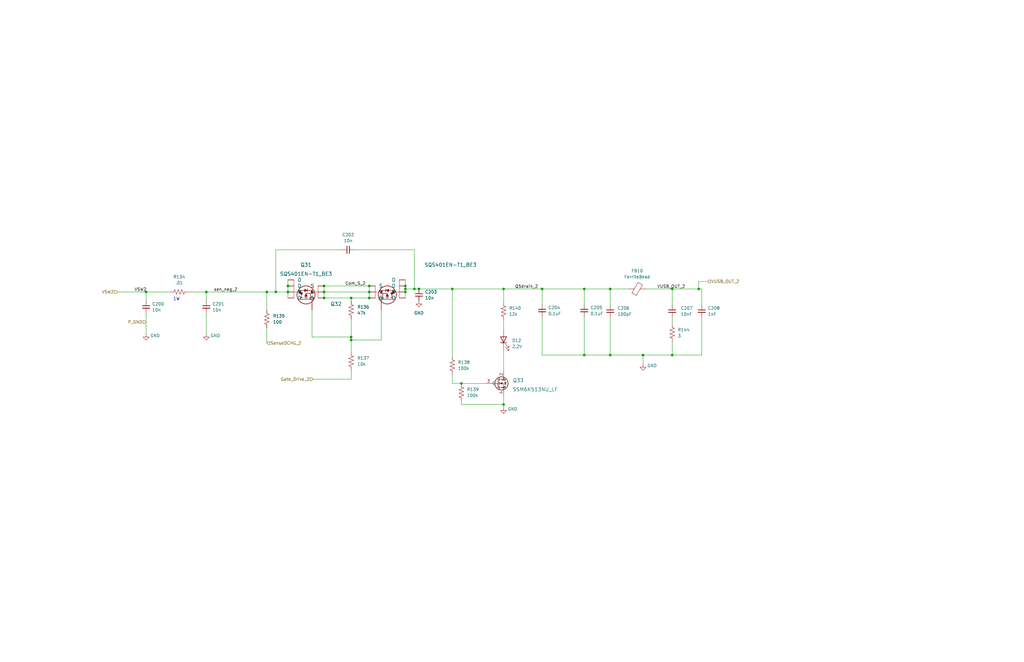
<source format=kicad_sch>
(kicad_sch (version 20230121) (generator eeschema)
  (paper "B")
  (lib_symbols
    (symbol "Device:C_Small" (pin_numbers hide) (pin_names (offset 0.254) hide)
      (property "Reference" "C" (at 0.254 1.778 0))
      (property "Value" "C_Small" (at 0.254 -2.032 0))
      (symbol "C_Small_0_1"
        (polyline (pts (xy -1.524 -0.508) (xy 1.524 -0.508)) (stroke (width 0.3302)))
        (polyline (pts (xy -1.524 0.508) (xy 1.524 0.508)) (stroke (width 0.3048)))
      )
      (symbol "C_Small_1_1"
        (pin passive line (at 0 2.54 270) (length 2.032) (name "~") (number "1"))
        (pin passive line (at 0 -2.54 90) (length 2.032) (name "~") (number "2"))
      )
    )
    (symbol "Device:FerriteBead" (pin_numbers hide) (pin_names (offset 0))
      (property "Reference" "FB" (at -3.81 0.635 90))
      (property "Value" "FerriteBead" (at 3.81 0 90))
      (symbol "FerriteBead_0_1"
        (polyline (pts (xy 0 -1.27) (xy 0 -1.2192)))
        (polyline (pts (xy 0 1.27) (xy 0 1.2954)))
        (polyline (pts (xy -2.7686 0.4064) (xy -1.7018 2.2606) (xy 2.7686 -0.3048) (xy 1.6764 -2.159) (xy -2.7686 0.4064)))
      )
      (symbol "FerriteBead_1_1"
        (pin passive line (at 0 3.81 270) (length 2.54) (name "~") (number "1"))
        (pin passive line (at 0 -3.81 90) (length 2.54) (name "~") (number "2"))
      )
    )
    (symbol "Device:LED" (pin_numbers hide) (pin_names (offset 1.016) hide)
      (property "Reference" "D" (at 0 2.54 0))
      (property "Value" "LED" (at 0 -2.54 0))
      (symbol "LED_0_1"
        (polyline (pts (xy -1.27 -1.27) (xy -1.27 1.27)) (stroke (width 0.254)))
        (polyline (pts (xy -1.27 0) (xy 1.27 0)))
        (polyline (pts (xy 1.27 -1.27) (xy 1.27 1.27) (xy -1.27 0) (xy 1.27 -1.27)) (stroke (width 0.254)))
        (polyline (pts (xy -3.048 -0.762) (xy -4.572 -2.286) (xy -3.81 -2.286) (xy -4.572 -2.286) (xy -4.572 -1.524)))
        (polyline (pts (xy -1.778 -0.762) (xy -3.302 -2.286) (xy -2.54 -2.286) (xy -3.302 -2.286) (xy -3.302 -1.524)))
      )
      (symbol "LED_1_1"
        (pin passive line (at -3.81 0 0) (length 2.54) (name "K") (number "1"))
        (pin passive line (at 3.81 0 180) (length 2.54) (name "A") (number "2"))
      )
    )
    (symbol "Device:R_US" (pin_numbers hide) (pin_names (offset 0))
      (property "Reference" "R" (at 2.54 0 90))
      (property "Value" "R_US" (at -2.54 0 90))
      (symbol "R_US_0_1"
        (polyline (pts (xy 0 -2.286) (xy 0 -2.54)))
        (polyline (pts (xy 0 2.286) (xy 0 2.54)))
        (polyline (pts (xy 0 -0.762) (xy 1.016 -1.143) (xy 0 -1.524) (xy -1.016 -1.905) (xy 0 -2.286)))
        (polyline (pts (xy 0 0.762) (xy 1.016 0.381) (xy 0 0) (xy -1.016 -0.381) (xy 0 -0.762)))
        (polyline (pts (xy 0 2.286) (xy 1.016 1.905) (xy 0 1.524) (xy -1.016 1.143) (xy 0 0.762)))
      )
      (symbol "R_US_1_1"
        (pin passive line (at 0 3.81 270) (length 1.27) (name "~") (number "1"))
        (pin passive line (at 0 -3.81 90) (length 1.27) (name "~") (number "2"))
      )
    )
    (symbol "Transistor_FET:SQS401EN-T1_BE3" (pin_numbers hide) (pin_names (offset 1.524))
      (property "Reference" "T" (at 16.51 -1.27 0))
      (property "Value" "SQS401EN-T1_BE3" (at 27.94 -7.62 0))
      (symbol "SQS401EN-T1_BE3_1_1"
        (polyline (pts (xy 2.54 0) (xy 4.445 0)) (stroke (width 0.2032)))
        (polyline (pts (xy 4.445 -5.08) (xy 4.445 0)) (stroke (width 0.2032)))
        (polyline (pts (xy 5.08 -7.62) (xy 12.7 -7.62)) (stroke (width 0.127)))
        (polyline (pts (xy 5.08 -5.08) (xy 5.08 -3.81)) (stroke (width 0.2032)))
        (polyline (pts (xy 5.08 -4.445) (xy 6.985 -4.445)) (stroke (width 0.2032)))
        (polyline (pts (xy 5.08 -3.175) (xy 5.08 -1.905)) (stroke (width 0.2032)))
        (polyline (pts (xy 5.08 -1.27) (xy 5.08 0)) (stroke (width 0.2032)))
        (polyline (pts (xy 5.08 -0.635) (xy 6.985 -0.635)) (stroke (width 0.2032)))
        (polyline (pts (xy 5.08 2.54) (xy 10.16 2.54)) (stroke (width 0.127)))
        (polyline (pts (xy 5.715 -2.54) (xy 5.08 -2.54)) (stroke (width 0.2032)))
        (polyline (pts (xy 6.985 -5.08) (xy 8.255 -5.08)) (stroke (width 0.2032)))
        (polyline (pts (xy 6.985 -4.445) (xy 6.985 -5.08)) (stroke (width 0.127)))
        (polyline (pts (xy 6.985 -0.635) (xy 6.985 -2.54)) (stroke (width 0.2032)))
        (polyline (pts (xy 6.985 -0.635) (xy 6.985 0)) (stroke (width 0.2032)))
        (polyline (pts (xy 6.985 0) (xy 8.255 0)) (stroke (width 0.2032)))
        (polyline (pts (xy 7.62 -7.62) (xy 7.62 -5.08)) (stroke (width 0.127)))
        (polyline (pts (xy 7.62 2.54) (xy 7.6454 0)) (stroke (width 0.127)))
        (polyline (pts (xy 8.255 -5.08) (xy 8.255 -3.175)) (stroke (width 0.2032)))
        (polyline (pts (xy 8.255 -1.905) (xy 8.255 0)) (stroke (width 0.2032)))
        (polyline (pts (xy 8.89 -1.905) (xy 7.62 -1.905)) (stroke (width 0.2032)))
        (polyline (pts (xy 5.715 -3.175) (xy 6.985 -2.54) (xy 5.715 -1.905) (xy 5.715 -3.175)) (stroke (width 0.0254)) (fill (type outline)))
        (polyline (pts (xy 8.89 -3.175) (xy 7.62 -3.175) (xy 8.255 -1.905) (xy 8.89 -3.175)) (stroke (width 0.0254)) (fill (type outline)))
        (circle (center 6.35 -2.54) (radius 3.81) (stroke (width 0.254)))
        (circle (center 6.985 -4.445) (radius 0.0254) (stroke (width 0.508)))
        (circle (center 7.62 -5.08) (radius 0.0254) (stroke (width 0.508)))
        (circle (center 7.62 0) (radius 0.0254) (stroke (width 0.508)))
        (pin unspecified line (at 5.08 5.08 270) (length 2.54) (name "S") (number "1"))
        (pin unspecified line (at 7.62 5.08 270) (length 2.54) (name "S") (number "2"))
        (pin unspecified line (at 10.16 5.08 270) (length 2.54) (name "S") (number "3"))
        (pin unspecified line (at 0 0 0) (length 2.54) (name "G") (number "4"))
        (pin unspecified line (at 5.08 -10.16 90) (length 2.54) (name "D") (number "5"))
        (pin unspecified line (at 7.62 -10.16 90) (length 2.54) (name "D") (number "6"))
        (pin unspecified line (at 10.16 -10.16 90) (length 2.54) (name "D") (number "7"))
        (pin unspecified line (at 12.7 -10.16 90) (length 2.54) (name "D") (number "8"))
      )
    )
    (symbol "Transistor_FET:SSM6K513NU_LF" (pin_names (offset 0.254))
      (property "Reference" "Q" (at 12.7 8.89 0))
      (property "Value" "SSM6K513NU_LF" (at 19.05 6.35 0))
      (symbol "SSM6K513NU_LF_0_1"
        (polyline (pts (xy 1.524 0) (xy -1.27 0)))
        (polyline (pts (xy 1.524 1.905) (xy 1.524 -1.905)) (stroke (width 0.254)))
        (polyline (pts (xy 2.032 -1.27) (xy 2.032 -2.286)) (stroke (width 0.254)))
        (polyline (pts (xy 2.032 0.508) (xy 2.032 -0.508)) (stroke (width 0.254)))
        (polyline (pts (xy 2.032 2.286) (xy 2.032 1.27)) (stroke (width 0.254)))
        (polyline (pts (xy 3.81 2.54) (xy 3.81 1.778)))
        (polyline (pts (xy 3.81 -2.54) (xy 3.81 0) (xy 2.032 0)))
        (polyline (pts (xy 2.032 -1.778) (xy 4.572 -1.778) (xy 4.572 1.778) (xy 2.032 1.778)))
        (polyline (pts (xy 2.286 0) (xy 3.302 0.381) (xy 3.302 -0.381) (xy 2.286 0)) (fill (type outline)))
        (polyline (pts (xy 4.064 0.508) (xy 4.191 0.381) (xy 4.953 0.381) (xy 5.08 0.254)))
        (polyline (pts (xy 4.572 0.381) (xy 4.191 -0.254) (xy 4.953 -0.254) (xy 4.572 0.381)))
        (circle (center 2.921 0) (radius 2.794) (stroke (width 0.254)))
        (circle (center 3.81 -1.778) (radius 0.254) (fill (type outline)))
        (circle (center 3.81 1.778) (radius 0.254) (fill (type outline)))
      )
      (symbol "SSM6K513NU_LF_1_1"
        (pin passive line (at 3.81 5.08 270) (length 2.54) hide (name "D") (number "1"))
        (pin passive line (at 3.81 5.08 270) (length 2.54) (name "D") (number "2"))
        (pin input line (at -3.81 0 0) (length 2.54) (name "G") (number "3"))
        (pin passive line (at 3.81 -5.08 90) (length 2.54) (name "S") (number "4"))
        (pin passive line (at 3.81 5.08 270) (length 2.54) hide (name "D") (number "5"))
        (pin passive line (at 3.81 5.08 270) (length 2.54) hide (name "D") (number "6"))
      )
    )
    (symbol "power:GND" (power) (pin_names (offset 0))
      (property "Value" "GND" (at 0 -3.81 0))
      (symbol "GND_0_1"
        (polyline (pts (xy 0 0) (xy 0 -1.27) (xy 1.27 -1.27) (xy 0 -2.54) (xy -1.27 -1.27) (xy 0 -1.27)))
      )
      (symbol "GND_1_1"
        (pin power_in line (at 0 0 270) (length 0) hide (name "GND") (number "1"))
      )
    )
  )
  (junction (at 148.082 125.73))
  (junction (at 228.6 121.92))
  (junction (at 246.38 121.92))
  (junction (at 257.302 121.92))
  (junction (at 174.752 121.92))
  (junction (at 112.522 123.19))
  (junction (at 121.412 123.19))
  (junction (at 170.942 123.19))
  (junction (at 121.412 120.65))
  (junction (at 155.702 123.19))
  (junction (at 155.702 120.65))
  (junction (at 257.302 149.86))
  (junction (at 190.7489 121.92))
  (junction (at 86.995 123.19))
  (junction (at 61.595 123.19))
  (junction (at 170.942 120.65))
  (junction (at 283.464 149.86))
  (junction (at 176.657 121.92))
  (junction (at 136.652 123.19))
  (junction (at 194.564 161.798))
  (junction (at 246.38 149.86))
  (junction (at 170.942 121.92))
  (junction (at 155.702 125.73))
  (junction (at 136.652 120.65))
  (junction (at 283.464 121.92))
  (junction (at 148.082 142.24))
  (junction (at 212.344 121.92))
  (junction (at 271.145 149.86))
  (junction (at 136.652 125.73))
  (junction (at 212.344 170.688))
  (junction (at 294.64 121.92))
  (junction (at 148.082 143.51))
  (junction (at 116.332 123.19))
  (wire (pts (xy 131.572 142.24) (xy 148.082 142.24)))
  (wire (pts (xy 148.082 143.51) (xy 160.782 143.51)))
  (wire (pts (xy 71.755 123.19) (xy 61.595 123.19)))
  (wire (pts (xy 170.942 118.11) (xy 170.942 120.65)))
  (wire (pts (xy 194.564 161.798) (xy 204.724 161.798)))
  (wire (pts (xy 194.564 169.418) (xy 194.564 170.688)))
  (wire (pts (xy 228.6 149.86) (xy 228.6 133.604)))
  (wire (pts (xy 246.38 121.92) (xy 257.302 121.92)))
  (wire (pts (xy 298.45 118.745) (xy 294.64 118.745)))
  (wire (pts (xy 212.344 135.128) (xy 212.344 139.573)))
  (wire (pts (xy 136.652 123.19) (xy 136.652 125.73)))
  (wire (pts (xy 79.375 123.19) (xy 86.995 123.19)))
  (wire (pts (xy 190.754 157.988) (xy 190.754 161.798)))
  (wire (pts (xy 148.082 125.73) (xy 155.702 125.73)))
  (wire (pts (xy 228.6 121.92) (xy 246.38 121.92)))
  (wire (pts (xy 170.942 123.19) (xy 170.942 125.73)))
  (wire (pts (xy 295.91 121.92) (xy 294.64 121.92)))
  (wire (pts (xy 116.332 105.41) (xy 116.332 123.19)))
  (wire (pts (xy 295.91 128.778) (xy 295.91 121.92)))
  (wire (pts (xy 257.302 133.858) (xy 257.302 149.86)))
  (wire (pts (xy 190.7489 144.78) (xy 190.754 150.368)))
  (wire (pts (xy 121.412 118.11) (xy 121.412 120.65)))
  (wire (pts (xy 148.082 125.73) (xy 148.082 127)))
  (wire (pts (xy 190.754 161.798) (xy 194.564 161.798)))
  (wire (pts (xy 212.344 121.92) (xy 228.6 121.92)))
  (wire (pts (xy 155.702 123.19) (xy 155.702 125.73)))
  (wire (pts (xy 257.302 121.92) (xy 257.302 128.778)))
  (wire (pts (xy 170.942 121.92) (xy 174.752 121.92)))
  (wire (pts (xy 283.464 149.86) (xy 295.91 149.86)))
  (wire (pts (xy 112.522 130.81) (xy 112.522 123.19)))
  (wire (pts (xy 86.995 127) (xy 86.995 123.19)))
  (wire (pts (xy 212.344 166.878) (xy 212.344 170.688)))
  (wire (pts (xy 149.352 105.41) (xy 174.752 105.41)))
  (wire (pts (xy 144.272 105.41) (xy 116.332 105.41)))
  (wire (pts (xy 160.782 130.81) (xy 160.782 143.51)))
  (wire (pts (xy 170.942 121.92) (xy 170.942 123.19)))
  (wire (pts (xy 148.082 142.24) (xy 148.082 143.51)))
  (wire (pts (xy 136.652 123.19) (xy 155.702 123.19)))
  (wire (pts (xy 228.6 149.86) (xy 246.38 149.86)))
  (wire (pts (xy 257.302 149.86) (xy 271.145 149.86)))
  (wire (pts (xy 246.38 149.86) (xy 257.302 149.86)))
  (wire (pts (xy 174.752 121.92) (xy 176.657 121.92)))
  (wire (pts (xy 294.64 118.745) (xy 294.64 121.92)))
  (wire (pts (xy 49.53 123.19) (xy 61.595 123.19)))
  (wire (pts (xy 148.082 143.51) (xy 148.082 148.59)))
  (wire (pts (xy 246.38 133.604) (xy 246.38 149.86)))
  (wire (pts (xy 190.7489 121.92) (xy 190.7489 144.78)))
  (wire (pts (xy 194.564 170.688) (xy 212.344 170.688)))
  (wire (pts (xy 136.652 120.65) (xy 155.702 120.65)))
  (wire (pts (xy 132.08 160.02) (xy 148.082 160.02)))
  (wire (pts (xy 136.652 125.73) (xy 148.082 125.73)))
  (wire (pts (xy 86.995 140.97) (xy 86.995 132.08)))
  (wire (pts (xy 283.464 133.858) (xy 283.464 136.652)))
  (wire (pts (xy 121.412 123.19) (xy 121.412 125.73)))
  (wire (pts (xy 61.595 132.08) (xy 61.595 140.97)))
  (wire (pts (xy 86.995 123.19) (xy 112.522 123.19)))
  (wire (pts (xy 116.332 123.19) (xy 121.412 123.19)))
  (wire (pts (xy 271.145 153.67) (xy 271.145 149.86)))
  (wire (pts (xy 190.7489 121.92) (xy 212.344 121.92)))
  (wire (pts (xy 131.572 130.81) (xy 131.572 142.24)))
  (wire (pts (xy 174.752 105.41) (xy 174.752 121.92)))
  (wire (pts (xy 271.145 149.86) (xy 283.464 149.86)))
  (wire (pts (xy 295.91 133.858) (xy 295.91 149.86)))
  (wire (pts (xy 155.702 120.65) (xy 155.702 123.19)))
  (wire (pts (xy 121.412 120.65) (xy 121.412 123.19)))
  (wire (pts (xy 283.464 144.272) (xy 283.464 149.86)))
  (wire (pts (xy 228.6 128.524) (xy 228.6 121.92)))
  (wire (pts (xy 283.464 121.92) (xy 294.64 121.92)))
  (wire (pts (xy 212.344 121.92) (xy 212.344 127.508)))
  (wire (pts (xy 212.344 147.193) (xy 212.344 156.718)))
  (wire (pts (xy 272.542 121.92) (xy 283.464 121.92)))
  (wire (pts (xy 148.082 134.62) (xy 148.082 142.24)))
  (wire (pts (xy 246.38 128.524) (xy 246.38 121.92)))
  (wire (pts (xy 112.522 123.19) (xy 116.332 123.19)))
  (wire (pts (xy 212.344 170.688) (xy 212.344 171.958)))
  (wire (pts (xy 136.652 120.65) (xy 136.652 123.19)))
  (wire (pts (xy 148.082 160.02) (xy 148.082 156.21)))
  (wire (pts (xy 112.522 144.78) (xy 112.522 138.43)))
  (wire (pts (xy 257.302 121.92) (xy 264.922 121.92)))
  (wire (pts (xy 170.942 120.65) (xy 170.942 121.92)))
  (wire (pts (xy 61.595 123.19) (xy 61.595 127)))
  (wire (pts (xy 283.464 128.778) (xy 283.464 121.92)))
  (wire (pts (xy 176.657 121.92) (xy 190.7489 121.92)))
  (text "1W\n" (at 73.025 127 0) (effects (font (size 1.27 1.27)) (justify left bottom)))
  (label "Com_S_2" (at 145.542 120.65 0))
  (label "VUSB_OUT_2" (at 277.1089 121.92 0))
  (label "Q5drain_2" (at 217.17 121.92 0))
  (label "VSW2" (at 56.642 123.19 0))
  (label "sen_neg_2" (at 90.17 123.19 0))
  (hierarchical_label "P_GND" (shape input) (at 61.595 135.89 180))
  (hierarchical_label "SenseDCHG_2" (shape input) (at 112.522 144.78 0))
  (hierarchical_label "VUSB_OUT_2" (shape input) (at 298.45 118.745 0))
  (hierarchical_label "VSW2" (shape input) (at 49.53 123.19 180))
  (hierarchical_label "Gate_Drive_2" (shape input) (at 132.08 160.02 180))
  (symbol (lib_id "Transistor_FET:SSM6K513NU_LF") (at 208.534 161.798 0) (unit 1)
    (property "Reference" "Q33" (at 216.154 160.528 0) (effects (font (size 1.524 1.524)) (justify left)))
    (property "Value" "SSM6K513NU_LF" (at 216.154 164.338 0) (effects (font (size 1.524 1.524)) (justify left)))
    (property "Footprint" "Package_DFN_QFN:SSM6K513NU_LF" (effects hide))
  )
  (symbol (lib_id "Device:C_Small") (at 283.464 131.318 0) (unit 1)
    (property "Reference" "C207" (at 287.02 130.0542 0) (effects (justify left)))
    (property "Value" "10nF" (at 287.02 132.5942 0) (effects (justify left)))
    (property "Footprint" "Capacitor_SMD:C_0402_1005Metric" (effects hide))
    (property "MFG" "Murata Electronics" (effects hide))
    (property "Part Name" "GRM1555CYA103GE01D" (effects hide))
  )
  (symbol (lib_id "power:GND") (at 86.995 140.97 0) (unit 1)
    (property "Reference" "#PWR0308" (effects hide))
    (property "Value" "GND" (at 90.805 141.605 0))
  )
  (symbol (lib_id "Device:R_US") (at 283.464 140.462 0) (unit 1)
    (property "Reference" "R144" (at 285.75 139.1919 0) (effects (justify left)))
    (property "Value" "3" (at 285.75 141.7319 0) (effects (justify left)))
    (property "Footprint" "Resistor_SMD:R_0603_1608Metric" (effects hide))
    (property "Part Name" "RT0603FRE073RL" (effects hide))
  )
  (symbol (lib_id "Device:R_US") (at 212.344 131.318 0) (unit 1)
    (property "Reference" "R140" (at 214.63 130.0479 0) (effects (justify left)))
    (property "Value" "12k" (at 214.63 132.5879 0) (effects (justify left)))
    (property "Footprint" "Resistor_SMD:R_0805_2012Metric" (effects hide))
  )
  (symbol (lib_id "Device:C_Small") (at 86.995 129.54 0) (unit 1)
    (property "Reference" "C201" (at 89.535 128.2762 0) (effects (justify left)))
    (property "Value" "10n" (at 89.535 130.8162 0) (effects (justify left)))
    (property "Footprint" "Capacitor_SMD:C_0603_1608Metric" (effects hide))
  )
  (symbol (lib_id "Device:LED") (at 212.344 143.383 90) (unit 1)
    (property "Reference" "D12" (at 215.9 143.7004 90) (effects (justify right)))
    (property "Value" "2.2V" (at 215.9 146.2404 90) (effects (justify right)))
    (property "Footprint" "Resistor_SMD:R_0805_2012Metric" (effects hide))
  )
  (symbol (lib_id "Device:R_US") (at 112.522 134.62 0) (unit 1)
    (property "Reference" "R135" (at 115.062 133.3499 0) (effects (justify left)))
    (property "Value" "100" (at 115.062 135.8899 0) (effects (justify left)))
    (property "Footprint" "Resistor_SMD:R_0805_2012Metric" (effects hide))
  )
  (symbol (lib_id "power:GND") (at 271.145 153.67 0) (unit 1)
    (property "Reference" "#PWR0310" (effects hide))
    (property "Value" "GND" (at 274.955 154.305 0))
  )
  (symbol (lib_id "power:GND") (at 212.344 171.958 0) (unit 1)
    (property "Reference" "#PWR0307" (effects hide))
    (property "Value" "GND" (at 216.154 172.593 0))
  )
  (symbol (lib_id "Device:C_Small") (at 228.6 131.064 0) (unit 1)
    (property "Reference" "C204" (at 231.14 129.8002 0) (effects (justify left)))
    (property "Value" "0.1uF" (at 231.14 132.3402 0) (effects (justify left)))
    (property "Footprint" "Capacitor_SMD:C_0402_1005Metric" (effects hide))
    (property "MFG" "Murata Electronics" (effects hide))
    (property "Part Name" "GRM155R61H104ME14J" (effects hide))
    (property "MFG 2" "Yageo" (effects hide))
    (property "Part Name 2" "CC0402KRX5R9BB104" (effects hide))
  )
  (symbol (lib_id "Device:R_US") (at 190.754 154.178 0) (unit 1)
    (property "Reference" "R138" (at 193.04 152.9079 0) (effects (justify left)))
    (property "Value" "100k" (at 193.04 155.4479 0) (effects (justify left)))
    (property "Footprint" "Resistor_SMD:R_0402_1005Metric" (effects hide))
  )
  (symbol (lib_id "Device:C_Small") (at 176.657 124.46 0) (unit 1)
    (property "Reference" "C203" (at 179.197 123.1962 0) (effects (justify left)))
    (property "Value" "10n" (at 179.197 125.7362 0) (effects (justify left)))
    (property "Footprint" "Capacitor_SMD:C_0603_1608Metric" (effects hide))
  )
  (symbol (lib_id "Device:C_Small") (at 146.812 105.41 90) (unit 1)
    (property "Reference" "C202" (at 146.8183 99.06 90))
    (property "Value" "10n" (at 146.8183 101.6 90))
    (property "Footprint" "Capacitor_SMD:C_0603_1608Metric" (effects hide))
  )
  (symbol (lib_id "Device:C_Small") (at 246.38 131.064 0) (unit 1)
    (property "Reference" "C205" (at 248.92 129.8002 0) (effects (justify left)))
    (property "Value" "0.1uF" (at 248.92 132.3402 0) (effects (justify left)))
    (property "Footprint" "Capacitor_SMD:C_0402_1005Metric" (effects hide))
    (property "MFG" "Murata Electronics" (effects hide))
    (property "Part Name" "GRM155R61H104ME14J" (effects hide))
    (property "MFG 2" "Yageo" (effects hide))
    (property "Part Name 2" "CC0402KRX5R9BB104" (effects hide))
  )
  (symbol (lib_id "Device:C_Small") (at 295.91 131.318 0) (unit 1)
    (property "Reference" "C208" (at 298.45 130.0542 0) (effects (justify left)))
    (property "Value" "1nF" (at 298.45 132.5942 0) (effects (justify left)))
    (property "Footprint" "Capacitor_SMD:C_0402_1005Metric" (effects hide))
    (property "MFG" "Murata Electronics" (effects hide))
    (property "Part Name" "GCM1555C1H102GA16J" (effects hide))
  )
  (symbol (lib_id "Device:R_US") (at 194.564 165.608 0) (unit 1)
    (property "Reference" "R139" (at 196.85 164.3379 0) (effects (justify left)))
    (property "Value" "100k" (at 196.85 166.8779 0) (effects (justify left)))
    (property "Footprint" "Resistor_SMD:R_0402_1005Metric" (effects hide))
  )
  (symbol (lib_id "power:GND") (at 61.595 140.97 0) (unit 1)
    (property "Reference" "#PWR0309" (effects hide))
    (property "Value" "GND" (at 65.405 141.605 0))
  )
  (symbol (lib_id "Device:R_US") (at 75.565 123.19 90) (unit 1)
    (property "Reference" "R134" (at 75.565 116.84 90))
    (property "Value" ".01" (at 75.565 119.38 90))
    (property "Footprint" "Resistor_SMD:R_1206_3216Metric" (effects hide))
  )
  (symbol (lib_id "Device:C_Small") (at 257.302 131.318 0) (unit 1)
    (property "Reference" "C206" (at 260.35 130.0542 0) (effects (justify left)))
    (property "Value" "100pF" (at 260.35 132.5942 0) (effects (justify left)))
    (property "Footprint" "Capacitor_SMD:C_0402_1005Metric" (effects hide))
    (property "MFG" "Murata Electronics" (effects hide))
    (property "Part Name" "GRT1555C1H101JA02D" (effects hide))
  )
  (symbol (lib_id "Transistor_FET:SQS401EN-T1_BE3") (at 131.572 130.81 270) (mirror x) (unit 1)
    (property "Reference" "Q31" (at 129.032 111.76 90) (effects (font (size 1.524 1.524))))
    (property "Value" "SQS401EN-T1_BE3" (at 129.032 115.57 90) (effects (font (size 1.524 1.524))))
    (property "Footprint" "Transistor_Power_Module:SQS401EN-T1_BE3" (effects hide))
  )
  (symbol (lib_id "Device:FerriteBead") (at 268.732 121.92 90) (unit 1)
    (property "Reference" "FB10" (at 268.6812 114.3 90))
    (property "Value" "FerriteBead" (at 268.6812 116.84 90))
    (property "Footprint" "Resistor_SMD:R_1210_3225Metric" (effects hide))
    (property "Part Name" "BLM31SN500SN1L" (effects hide))
    (property "MFG" "Murata" (effects hide))
  )
  (symbol (lib_id "Device:R_US") (at 148.082 152.4 0) (unit 1)
    (property "Reference" "R137" (at 150.622 151.1299 0) (effects (justify left)))
    (property "Value" "10k" (at 150.622 153.6699 0) (effects (justify left)))
    (property "Footprint" "Resistor_SMD:R_0402_1005Metric" (effects hide))
  )
  (symbol (lib_id "Device:R_US") (at 148.082 130.81 0) (unit 1)
    (property "Reference" "R136" (at 150.622 129.5399 0) (effects (justify left)))
    (property "Value" "47k" (at 150.622 132.0799 0) (effects (justify left)))
    (property "Footprint" "Resistor_SMD:R_0402_1005Metric" (effects hide))
  )
  (symbol (lib_id "Device:C_Small") (at 61.595 129.54 0) (unit 1)
    (property "Reference" "C200" (at 64.135 128.2762 0) (effects (justify left)))
    (property "Value" "10n" (at 64.135 130.8162 0) (effects (justify left)))
    (property "Footprint" "Capacitor_SMD:C_0603_1608Metric" (effects hide))
  )
  (symbol (lib_id "power:GND") (at 176.657 127 0) (unit 1)
    (property "Reference" "#PWR0232" (effects hide))
    (property "Value" "GND" (at 176.657 132.08 0))
  )
  (symbol (lib_id "Transistor_FET:SQS401EN-T1_BE3") (at 160.782 130.81 90) (unit 1)
    (property "Reference" "Q32" (at 141.732 128.27 90) (effects (font (size 1.524 1.524))))
    (property "Value" "SQS401EN-T1_BE3" (at 189.992 111.76 90) (effects (font (size 1.524 1.524))))
    (property "Footprint" "Transistor_Power_Module:SQS401EN-T1_BE3" (effects hide))
  )
)
</source>
